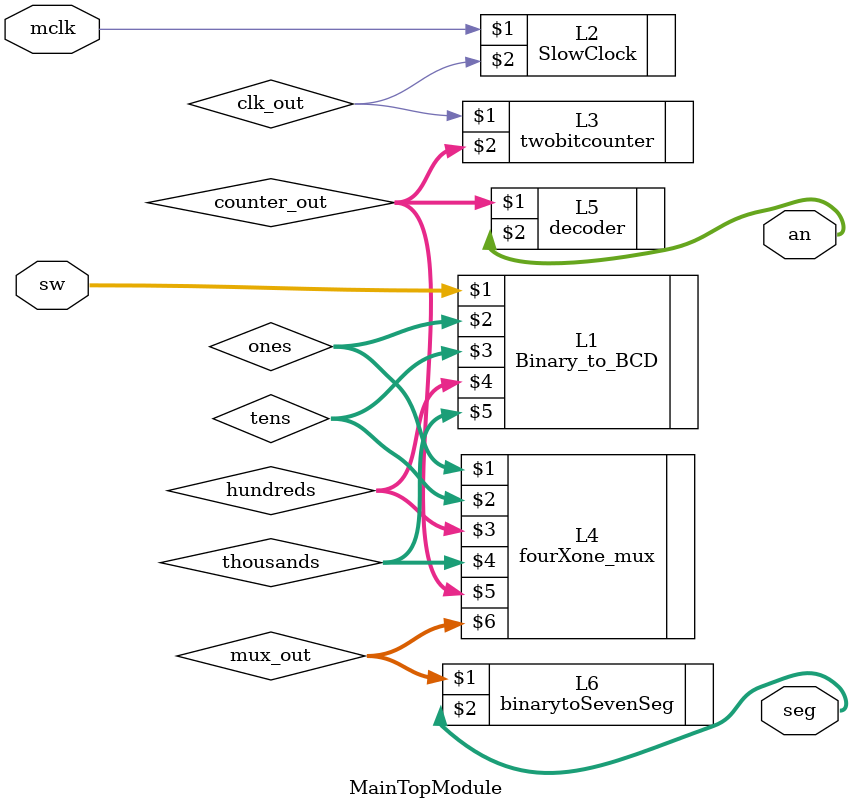
<source format=v>
`timescale 1ns / 1ps


module MainTopModule(
    input [15:0] sw,
    input mclk,
    output [3:0] an,
    output [6:0] seg
    );
    
    wire clk_out;
    wire [1:0] counter_out;
    wire [3:0] mux_out;
    wire [3:0] ones,tens;
    wire [3:0] hundreds;
    wire [3:0] thousands;
    wire done;
    
    Binary_to_BCD L1(sw,ones,tens,hundreds,thousands);
    fourXone_mux L4(ones,tens,hundreds,thousands,counter_out,mux_out);
    SlowClock L2(mclk,clk_out);
    twobitcounter L3(clk_out,counter_out);  
    decoder L5(counter_out,an);
    binarytoSevenSeg L6(mux_out,seg);
    
    

    
endmodule

</source>
